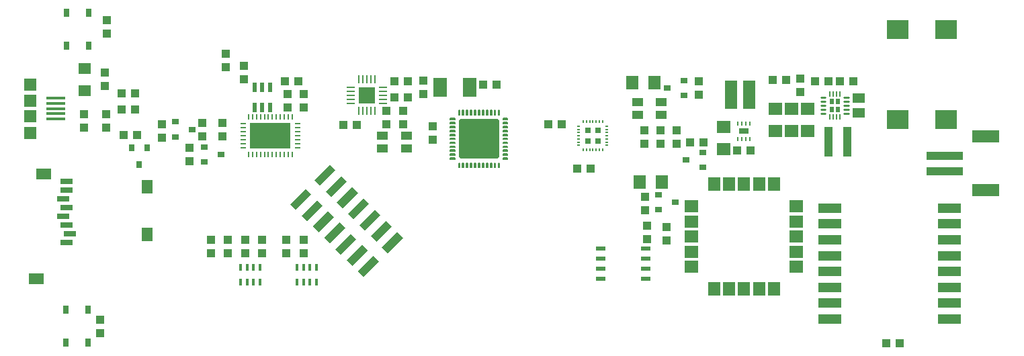
<source format=gtp>
G75*
%MOIN*%
%OFA0B0*%
%FSLAX25Y25*%
%IPPOS*%
%LPD*%
%AMOC8*
5,1,8,0,0,1.08239X$1,22.5*
%
%ADD10R,0.04331X0.03937*%
%ADD11R,0.07087X0.06299*%
%ADD12R,0.06299X0.07087*%
%ADD13R,0.18110X0.03937*%
%ADD14R,0.13386X0.06299*%
%ADD15R,0.03543X0.03150*%
%ADD16R,0.03150X0.03543*%
%ADD17R,0.03937X0.04331*%
%ADD18R,0.04724X0.02362*%
%ADD19R,0.07480X0.05512*%
%ADD20R,0.05512X0.07087*%
%ADD21R,0.05906X0.02756*%
%ADD22R,0.00984X0.01969*%
%ADD23R,0.05118X0.02756*%
%ADD24R,0.00984X0.02756*%
%ADD25R,0.02756X0.00984*%
%ADD26R,0.20472X0.12598*%
%ADD27R,0.11811X0.04724*%
%ADD28R,0.02608X0.02608*%
%ADD29R,0.00787X0.01772*%
%ADD30R,0.01772X0.00787*%
%ADD31R,0.11024X0.09449*%
%ADD32R,0.03858X0.14567*%
%ADD33R,0.05906X0.05118*%
%ADD34R,0.05906X0.07087*%
%ADD35R,0.07087X0.05906*%
%ADD36C,0.00591*%
%ADD37C,0.01969*%
%ADD38R,0.02559X0.04134*%
%ADD39R,0.02165X0.04724*%
%ADD40R,0.01600X0.03200*%
%ADD41R,0.06299X0.05512*%
%ADD42R,0.00984X0.03937*%
%ADD43R,0.03937X0.00984*%
%ADD44R,0.07874X0.07874*%
%ADD45R,0.09252X0.01772*%
%ADD46R,0.06102X0.05906*%
%ADD47R,0.06693X0.09449*%
%ADD48R,0.05512X0.04331*%
%ADD49R,0.03937X0.10827*%
%ADD50R,0.05906X0.14173*%
%ADD51R,0.02362X0.03150*%
%ADD52C,0.01102*%
%ADD53R,0.00906X0.03150*%
D10*
X0057119Y0022654D03*
X0057119Y0029346D03*
X0112119Y0062154D03*
X0120619Y0062154D03*
X0129119Y0062154D03*
X0137619Y0062154D03*
X0149619Y0062154D03*
X0158119Y0062154D03*
X0158119Y0068846D03*
X0149619Y0068846D03*
X0137619Y0068846D03*
X0129119Y0068846D03*
X0120619Y0068846D03*
X0112119Y0068846D03*
X0101619Y0107779D03*
X0101619Y0114471D03*
X0087869Y0119654D03*
X0107869Y0120279D03*
X0117869Y0120279D03*
X0117869Y0126971D03*
X0107869Y0126971D03*
X0087869Y0126346D03*
X0150119Y0134404D03*
X0158119Y0134404D03*
X0158119Y0141096D03*
X0150119Y0141096D03*
X0148772Y0147500D03*
X0155465Y0147500D03*
X0199119Y0132846D03*
X0207619Y0132846D03*
X0207619Y0126154D03*
X0199119Y0126154D03*
X0184465Y0126000D03*
X0177772Y0126000D03*
X0247272Y0146000D03*
X0253965Y0146000D03*
X0327119Y0123346D03*
X0335119Y0123346D03*
X0343119Y0123346D03*
X0343119Y0116654D03*
X0335119Y0116654D03*
X0327119Y0116654D03*
X0373272Y0113250D03*
X0379965Y0113250D03*
X0327619Y0090346D03*
X0327619Y0083654D03*
X0328619Y0075846D03*
X0338119Y0075346D03*
X0328619Y0069154D03*
X0338119Y0068654D03*
X0447022Y0017375D03*
X0453715Y0017375D03*
X0354119Y0140904D03*
X0354119Y0147596D03*
X0404619Y0148846D03*
X0411772Y0147500D03*
X0418465Y0147500D03*
X0424272Y0147500D03*
X0430965Y0147500D03*
X0404619Y0142154D03*
X0060619Y0171154D03*
X0060619Y0177846D03*
D11*
X0366619Y0124762D03*
X0392119Y0122988D03*
X0400119Y0122988D03*
X0408119Y0122988D03*
X0408119Y0134012D03*
X0400119Y0134012D03*
X0392119Y0134012D03*
X0366619Y0113738D03*
D12*
X0335881Y0097500D03*
X0324857Y0097500D03*
X0321107Y0146750D03*
X0332131Y0146750D03*
D13*
X0476114Y0110687D03*
X0476114Y0102813D03*
D14*
X0496587Y0093364D03*
X0496587Y0120136D03*
D15*
X0356056Y0112240D03*
X0347788Y0108500D03*
X0356056Y0104760D03*
X0334182Y0091240D03*
X0342449Y0087500D03*
X0334182Y0083760D03*
X0346806Y0140510D03*
X0338538Y0144250D03*
X0346806Y0147990D03*
X0117199Y0111125D03*
X0108932Y0107385D03*
X0108932Y0114865D03*
X0094557Y0119885D03*
X0102824Y0123625D03*
X0094557Y0127365D03*
D16*
X0080359Y0114437D03*
X0072879Y0114437D03*
X0076619Y0106169D03*
D17*
X0075465Y0121000D03*
X0068772Y0121000D03*
X0060119Y0124654D03*
X0049119Y0124654D03*
X0049119Y0131346D03*
X0060119Y0131346D03*
X0067772Y0133500D03*
X0074465Y0133500D03*
X0074465Y0141500D03*
X0067772Y0141500D03*
X0059619Y0145154D03*
X0059619Y0151846D03*
X0119369Y0154529D03*
X0128619Y0155346D03*
X0119369Y0161221D03*
X0128619Y0148654D03*
X0203272Y0147500D03*
X0209965Y0147500D03*
X0217619Y0147846D03*
X0217619Y0141154D03*
X0209965Y0139500D03*
X0203272Y0139500D03*
X0222119Y0125346D03*
X0222119Y0118654D03*
X0279522Y0126125D03*
X0286215Y0126125D03*
X0293897Y0104250D03*
X0300590Y0104250D03*
X0349772Y0117250D03*
X0356465Y0117250D03*
X0390772Y0148250D03*
X0397465Y0148250D03*
D18*
X0327642Y0064500D03*
X0327642Y0059500D03*
X0327642Y0054500D03*
X0327642Y0049500D03*
X0305595Y0049500D03*
X0305595Y0054500D03*
X0305595Y0059500D03*
X0305595Y0064500D03*
D19*
X0029062Y0101425D03*
X0025518Y0049457D03*
D20*
X0080636Y0071504D03*
X0080636Y0095126D03*
D21*
X0040479Y0093551D03*
X0040479Y0097882D03*
X0038904Y0089220D03*
X0040479Y0084890D03*
X0038904Y0080559D03*
X0040479Y0076228D03*
X0042054Y0071898D03*
X0040479Y0067567D03*
D22*
X0373416Y0119010D03*
X0375384Y0119010D03*
X0377353Y0119010D03*
X0379321Y0119010D03*
X0379321Y0126490D03*
X0377353Y0126490D03*
X0375384Y0126490D03*
X0373416Y0126490D03*
D23*
X0376369Y0122750D03*
D24*
X0152446Y0129949D03*
X0150477Y0129949D03*
X0148509Y0129949D03*
X0146540Y0129949D03*
X0144571Y0129949D03*
X0142603Y0129949D03*
X0140634Y0129949D03*
X0138666Y0129949D03*
X0136697Y0129949D03*
X0134729Y0129949D03*
X0132760Y0129949D03*
X0130792Y0129949D03*
X0130792Y0111051D03*
X0132760Y0111051D03*
X0134729Y0111051D03*
X0136697Y0111051D03*
X0138666Y0111051D03*
X0140634Y0111051D03*
X0142603Y0111051D03*
X0144571Y0111051D03*
X0146540Y0111051D03*
X0148509Y0111051D03*
X0150477Y0111051D03*
X0152446Y0111051D03*
D25*
X0155005Y0114594D03*
X0155005Y0116563D03*
X0155005Y0118531D03*
X0155005Y0120500D03*
X0155005Y0122469D03*
X0155005Y0124437D03*
X0155005Y0126406D03*
X0128233Y0126406D03*
X0128233Y0124437D03*
X0128233Y0122469D03*
X0128233Y0120500D03*
X0128233Y0118531D03*
X0128233Y0116563D03*
X0128233Y0114594D03*
D26*
X0141619Y0120500D03*
D27*
X0419279Y0084622D03*
X0419279Y0076748D03*
X0419279Y0068874D03*
X0419279Y0061000D03*
X0419279Y0053125D03*
X0419279Y0045251D03*
X0419279Y0037377D03*
X0419279Y0029503D03*
X0478334Y0029503D03*
X0478334Y0037377D03*
X0478334Y0045251D03*
X0478334Y0053125D03*
X0478334Y0061000D03*
X0478334Y0068874D03*
X0478334Y0076748D03*
X0478334Y0084622D03*
D28*
X0304227Y0117892D03*
X0299010Y0117892D03*
X0299010Y0123108D03*
X0304227Y0123108D03*
D29*
X0304768Y0127488D03*
X0303194Y0127488D03*
X0301619Y0127488D03*
X0300044Y0127488D03*
X0298469Y0127488D03*
X0296894Y0127488D03*
X0306343Y0127488D03*
X0306343Y0113512D03*
X0304768Y0113512D03*
X0303194Y0113512D03*
X0301619Y0113512D03*
X0300044Y0113512D03*
X0298469Y0113512D03*
X0296894Y0113512D03*
D30*
X0294631Y0115776D03*
X0294631Y0117350D03*
X0294631Y0118925D03*
X0294631Y0120500D03*
X0294631Y0122075D03*
X0294631Y0123650D03*
X0294631Y0125224D03*
X0308607Y0125224D03*
X0308607Y0123650D03*
X0308607Y0122075D03*
X0308607Y0120500D03*
X0308607Y0118925D03*
X0308607Y0117350D03*
X0308607Y0115776D03*
D31*
X0452915Y0128372D03*
X0476931Y0128372D03*
X0476931Y0173253D03*
X0452915Y0173253D03*
D32*
X0427784Y0117500D03*
X0418453Y0117500D03*
D33*
X0433619Y0131760D03*
X0433619Y0139240D03*
D34*
X0391579Y0096484D03*
X0384099Y0096484D03*
X0376619Y0096484D03*
X0369138Y0096484D03*
X0361658Y0096484D03*
X0361658Y0044516D03*
X0369138Y0044516D03*
X0376619Y0044516D03*
X0384099Y0044516D03*
X0391579Y0044516D03*
D35*
X0402603Y0055539D03*
X0402603Y0063020D03*
X0402603Y0070500D03*
X0402603Y0077980D03*
X0402603Y0085461D03*
X0350634Y0085461D03*
X0350634Y0077980D03*
X0350634Y0070500D03*
X0350634Y0063020D03*
X0350634Y0055539D03*
D36*
X0254666Y0104826D02*
X0254666Y0106992D01*
X0255256Y0106992D01*
X0255256Y0104826D01*
X0254666Y0104826D01*
X0254666Y0105416D02*
X0255256Y0105416D01*
X0255256Y0106006D02*
X0254666Y0106006D01*
X0254666Y0106596D02*
X0255256Y0106596D01*
X0252698Y0106992D02*
X0252698Y0104826D01*
X0252698Y0106992D02*
X0253288Y0106992D01*
X0253288Y0104826D01*
X0252698Y0104826D01*
X0252698Y0105416D02*
X0253288Y0105416D01*
X0253288Y0106006D02*
X0252698Y0106006D01*
X0252698Y0106596D02*
X0253288Y0106596D01*
X0250729Y0106992D02*
X0250729Y0104826D01*
X0250729Y0106992D02*
X0251319Y0106992D01*
X0251319Y0104826D01*
X0250729Y0104826D01*
X0250729Y0105416D02*
X0251319Y0105416D01*
X0251319Y0106006D02*
X0250729Y0106006D01*
X0250729Y0106596D02*
X0251319Y0106596D01*
X0248761Y0106992D02*
X0248761Y0104826D01*
X0248761Y0106992D02*
X0249351Y0106992D01*
X0249351Y0104826D01*
X0248761Y0104826D01*
X0248761Y0105416D02*
X0249351Y0105416D01*
X0249351Y0106006D02*
X0248761Y0106006D01*
X0248761Y0106596D02*
X0249351Y0106596D01*
X0246792Y0106992D02*
X0246792Y0104826D01*
X0246792Y0106992D02*
X0247382Y0106992D01*
X0247382Y0104826D01*
X0246792Y0104826D01*
X0246792Y0105416D02*
X0247382Y0105416D01*
X0247382Y0106006D02*
X0246792Y0106006D01*
X0246792Y0106596D02*
X0247382Y0106596D01*
X0244824Y0106992D02*
X0244824Y0104826D01*
X0244824Y0106992D02*
X0245414Y0106992D01*
X0245414Y0104826D01*
X0244824Y0104826D01*
X0244824Y0105416D02*
X0245414Y0105416D01*
X0245414Y0106006D02*
X0244824Y0106006D01*
X0244824Y0106596D02*
X0245414Y0106596D01*
X0242855Y0106992D02*
X0242855Y0104826D01*
X0242855Y0106992D02*
X0243445Y0106992D01*
X0243445Y0104826D01*
X0242855Y0104826D01*
X0242855Y0105416D02*
X0243445Y0105416D01*
X0243445Y0106006D02*
X0242855Y0106006D01*
X0242855Y0106596D02*
X0243445Y0106596D01*
X0240887Y0106992D02*
X0240887Y0104826D01*
X0240887Y0106992D02*
X0241477Y0106992D01*
X0241477Y0104826D01*
X0240887Y0104826D01*
X0240887Y0105416D02*
X0241477Y0105416D01*
X0241477Y0106006D02*
X0240887Y0106006D01*
X0240887Y0106596D02*
X0241477Y0106596D01*
X0238918Y0106992D02*
X0238918Y0104826D01*
X0238918Y0106992D02*
X0239508Y0106992D01*
X0239508Y0104826D01*
X0238918Y0104826D01*
X0238918Y0105416D02*
X0239508Y0105416D01*
X0239508Y0106006D02*
X0238918Y0106006D01*
X0238918Y0106596D02*
X0239508Y0106596D01*
X0236950Y0106992D02*
X0236950Y0104826D01*
X0236950Y0106992D02*
X0237540Y0106992D01*
X0237540Y0104826D01*
X0236950Y0104826D01*
X0236950Y0105416D02*
X0237540Y0105416D01*
X0237540Y0106006D02*
X0236950Y0106006D01*
X0236950Y0106596D02*
X0237540Y0106596D01*
X0234981Y0106992D02*
X0234981Y0104826D01*
X0234981Y0106992D02*
X0235571Y0106992D01*
X0235571Y0104826D01*
X0234981Y0104826D01*
X0234981Y0105416D02*
X0235571Y0105416D01*
X0235571Y0106006D02*
X0234981Y0106006D01*
X0234981Y0106596D02*
X0235571Y0106596D01*
X0230945Y0108862D02*
X0230945Y0109452D01*
X0233111Y0109452D01*
X0233111Y0108862D01*
X0230945Y0108862D01*
X0230945Y0109452D02*
X0233111Y0109452D01*
X0230945Y0110831D02*
X0230945Y0111421D01*
X0233111Y0111421D01*
X0233111Y0110831D01*
X0230945Y0110831D01*
X0230945Y0111421D02*
X0233111Y0111421D01*
X0230945Y0112799D02*
X0230945Y0113389D01*
X0233111Y0113389D01*
X0233111Y0112799D01*
X0230945Y0112799D01*
X0230945Y0113389D02*
X0233111Y0113389D01*
X0230945Y0114768D02*
X0230945Y0115358D01*
X0233111Y0115358D01*
X0233111Y0114768D01*
X0230945Y0114768D01*
X0230945Y0115358D02*
X0233111Y0115358D01*
X0230945Y0116736D02*
X0230945Y0117326D01*
X0233111Y0117326D01*
X0233111Y0116736D01*
X0230945Y0116736D01*
X0230945Y0117326D02*
X0233111Y0117326D01*
X0230945Y0118705D02*
X0230945Y0119295D01*
X0233111Y0119295D01*
X0233111Y0118705D01*
X0230945Y0118705D01*
X0230945Y0119295D02*
X0233111Y0119295D01*
X0230945Y0120674D02*
X0230945Y0121264D01*
X0233111Y0121264D01*
X0233111Y0120674D01*
X0230945Y0120674D01*
X0230945Y0121264D02*
X0233111Y0121264D01*
X0230945Y0122642D02*
X0230945Y0123232D01*
X0233111Y0123232D01*
X0233111Y0122642D01*
X0230945Y0122642D01*
X0230945Y0123232D02*
X0233111Y0123232D01*
X0230945Y0124611D02*
X0230945Y0125201D01*
X0233111Y0125201D01*
X0233111Y0124611D01*
X0230945Y0124611D01*
X0230945Y0125201D02*
X0233111Y0125201D01*
X0230945Y0126579D02*
X0230945Y0127169D01*
X0233111Y0127169D01*
X0233111Y0126579D01*
X0230945Y0126579D01*
X0230945Y0127169D02*
X0233111Y0127169D01*
X0230945Y0128548D02*
X0230945Y0129138D01*
X0233111Y0129138D01*
X0233111Y0128548D01*
X0230945Y0128548D01*
X0230945Y0129138D02*
X0233111Y0129138D01*
X0234981Y0131008D02*
X0234981Y0133174D01*
X0235571Y0133174D01*
X0235571Y0131008D01*
X0234981Y0131008D01*
X0234981Y0131598D02*
X0235571Y0131598D01*
X0235571Y0132188D02*
X0234981Y0132188D01*
X0234981Y0132778D02*
X0235571Y0132778D01*
X0236950Y0133174D02*
X0236950Y0131008D01*
X0236950Y0133174D02*
X0237540Y0133174D01*
X0237540Y0131008D01*
X0236950Y0131008D01*
X0236950Y0131598D02*
X0237540Y0131598D01*
X0237540Y0132188D02*
X0236950Y0132188D01*
X0236950Y0132778D02*
X0237540Y0132778D01*
X0238918Y0133174D02*
X0238918Y0131008D01*
X0238918Y0133174D02*
X0239508Y0133174D01*
X0239508Y0131008D01*
X0238918Y0131008D01*
X0238918Y0131598D02*
X0239508Y0131598D01*
X0239508Y0132188D02*
X0238918Y0132188D01*
X0238918Y0132778D02*
X0239508Y0132778D01*
X0240887Y0133174D02*
X0240887Y0131008D01*
X0240887Y0133174D02*
X0241477Y0133174D01*
X0241477Y0131008D01*
X0240887Y0131008D01*
X0240887Y0131598D02*
X0241477Y0131598D01*
X0241477Y0132188D02*
X0240887Y0132188D01*
X0240887Y0132778D02*
X0241477Y0132778D01*
X0242855Y0133174D02*
X0242855Y0131008D01*
X0242855Y0133174D02*
X0243445Y0133174D01*
X0243445Y0131008D01*
X0242855Y0131008D01*
X0242855Y0131598D02*
X0243445Y0131598D01*
X0243445Y0132188D02*
X0242855Y0132188D01*
X0242855Y0132778D02*
X0243445Y0132778D01*
X0244824Y0133174D02*
X0244824Y0131008D01*
X0244824Y0133174D02*
X0245414Y0133174D01*
X0245414Y0131008D01*
X0244824Y0131008D01*
X0244824Y0131598D02*
X0245414Y0131598D01*
X0245414Y0132188D02*
X0244824Y0132188D01*
X0244824Y0132778D02*
X0245414Y0132778D01*
X0246792Y0133174D02*
X0246792Y0131008D01*
X0246792Y0133174D02*
X0247382Y0133174D01*
X0247382Y0131008D01*
X0246792Y0131008D01*
X0246792Y0131598D02*
X0247382Y0131598D01*
X0247382Y0132188D02*
X0246792Y0132188D01*
X0246792Y0132778D02*
X0247382Y0132778D01*
X0248761Y0133174D02*
X0248761Y0131008D01*
X0248761Y0133174D02*
X0249351Y0133174D01*
X0249351Y0131008D01*
X0248761Y0131008D01*
X0248761Y0131598D02*
X0249351Y0131598D01*
X0249351Y0132188D02*
X0248761Y0132188D01*
X0248761Y0132778D02*
X0249351Y0132778D01*
X0250729Y0133174D02*
X0250729Y0131008D01*
X0250729Y0133174D02*
X0251319Y0133174D01*
X0251319Y0131008D01*
X0250729Y0131008D01*
X0250729Y0131598D02*
X0251319Y0131598D01*
X0251319Y0132188D02*
X0250729Y0132188D01*
X0250729Y0132778D02*
X0251319Y0132778D01*
X0252698Y0133174D02*
X0252698Y0131008D01*
X0252698Y0133174D02*
X0253288Y0133174D01*
X0253288Y0131008D01*
X0252698Y0131008D01*
X0252698Y0131598D02*
X0253288Y0131598D01*
X0253288Y0132188D02*
X0252698Y0132188D01*
X0252698Y0132778D02*
X0253288Y0132778D01*
X0254666Y0133174D02*
X0254666Y0131008D01*
X0254666Y0133174D02*
X0255256Y0133174D01*
X0255256Y0131008D01*
X0254666Y0131008D01*
X0254666Y0131598D02*
X0255256Y0131598D01*
X0255256Y0132188D02*
X0254666Y0132188D01*
X0254666Y0132778D02*
X0255256Y0132778D01*
X0257126Y0129138D02*
X0257126Y0128548D01*
X0257126Y0129138D02*
X0259292Y0129138D01*
X0259292Y0128548D01*
X0257126Y0128548D01*
X0257126Y0129138D02*
X0259292Y0129138D01*
X0257126Y0127169D02*
X0257126Y0126579D01*
X0257126Y0127169D02*
X0259292Y0127169D01*
X0259292Y0126579D01*
X0257126Y0126579D01*
X0257126Y0127169D02*
X0259292Y0127169D01*
X0257126Y0125201D02*
X0257126Y0124611D01*
X0257126Y0125201D02*
X0259292Y0125201D01*
X0259292Y0124611D01*
X0257126Y0124611D01*
X0257126Y0125201D02*
X0259292Y0125201D01*
X0257126Y0123232D02*
X0257126Y0122642D01*
X0257126Y0123232D02*
X0259292Y0123232D01*
X0259292Y0122642D01*
X0257126Y0122642D01*
X0257126Y0123232D02*
X0259292Y0123232D01*
X0257126Y0121264D02*
X0257126Y0120674D01*
X0257126Y0121264D02*
X0259292Y0121264D01*
X0259292Y0120674D01*
X0257126Y0120674D01*
X0257126Y0121264D02*
X0259292Y0121264D01*
X0257126Y0119295D02*
X0257126Y0118705D01*
X0257126Y0119295D02*
X0259292Y0119295D01*
X0259292Y0118705D01*
X0257126Y0118705D01*
X0257126Y0119295D02*
X0259292Y0119295D01*
X0257126Y0117326D02*
X0257126Y0116736D01*
X0257126Y0117326D02*
X0259292Y0117326D01*
X0259292Y0116736D01*
X0257126Y0116736D01*
X0257126Y0117326D02*
X0259292Y0117326D01*
X0257126Y0115358D02*
X0257126Y0114768D01*
X0257126Y0115358D02*
X0259292Y0115358D01*
X0259292Y0114768D01*
X0257126Y0114768D01*
X0257126Y0115358D02*
X0259292Y0115358D01*
X0257126Y0113389D02*
X0257126Y0112799D01*
X0257126Y0113389D02*
X0259292Y0113389D01*
X0259292Y0112799D01*
X0257126Y0112799D01*
X0257126Y0113389D02*
X0259292Y0113389D01*
X0257126Y0111421D02*
X0257126Y0110831D01*
X0257126Y0111421D02*
X0259292Y0111421D01*
X0259292Y0110831D01*
X0257126Y0110831D01*
X0257126Y0111421D02*
X0259292Y0111421D01*
X0257126Y0109452D02*
X0257126Y0108862D01*
X0257126Y0109452D02*
X0259292Y0109452D01*
X0259292Y0108862D01*
X0257126Y0108862D01*
X0257126Y0109452D02*
X0259292Y0109452D01*
D37*
X0236261Y0110142D02*
X0236261Y0127858D01*
X0253977Y0127858D01*
X0253977Y0110142D01*
X0236261Y0110142D01*
X0236261Y0112110D02*
X0253977Y0112110D01*
X0253977Y0114078D02*
X0236261Y0114078D01*
X0236261Y0116046D02*
X0253977Y0116046D01*
X0253977Y0118014D02*
X0236261Y0118014D01*
X0236261Y0119982D02*
X0253977Y0119982D01*
X0253977Y0121950D02*
X0236261Y0121950D01*
X0236261Y0123918D02*
X0253977Y0123918D01*
X0253977Y0125886D02*
X0236261Y0125886D01*
X0236261Y0127854D02*
X0253977Y0127854D01*
D38*
X0040107Y0017831D03*
X0051131Y0017831D03*
X0051131Y0034169D03*
X0040107Y0034169D03*
X0040607Y0165331D03*
X0051631Y0165331D03*
X0051631Y0181669D03*
X0040607Y0181669D03*
D39*
X0133879Y0144618D03*
X0137619Y0144618D03*
X0141359Y0144618D03*
X0141359Y0134382D03*
X0137619Y0134382D03*
X0133879Y0134382D03*
D40*
X0133194Y0055043D03*
X0136343Y0055043D03*
X0130044Y0055043D03*
X0126894Y0055043D03*
X0126894Y0047957D03*
X0130044Y0047957D03*
X0133194Y0047957D03*
X0136343Y0047957D03*
X0154894Y0047957D03*
X0158044Y0047957D03*
X0161194Y0047957D03*
X0164343Y0047957D03*
X0164343Y0055043D03*
X0161194Y0055043D03*
X0158044Y0055043D03*
X0154894Y0055043D03*
D41*
X0049619Y0142988D03*
X0049619Y0154012D03*
D42*
X0185556Y0148500D03*
X0187524Y0148500D03*
X0189493Y0148500D03*
X0191461Y0148500D03*
X0193430Y0148500D03*
X0193430Y0132752D03*
X0191461Y0132752D03*
X0189493Y0132752D03*
X0187524Y0132752D03*
X0185556Y0132752D03*
D43*
X0181619Y0136689D03*
X0181619Y0138657D03*
X0181619Y0140626D03*
X0181619Y0142594D03*
X0181619Y0144563D03*
X0197367Y0144563D03*
X0197367Y0142594D03*
X0197367Y0140626D03*
X0197367Y0138657D03*
X0197367Y0136689D03*
D44*
X0189493Y0140626D03*
D45*
X0035119Y0139118D03*
X0035119Y0136559D03*
X0035119Y0134000D03*
X0035119Y0131441D03*
X0035119Y0128882D03*
D46*
X0022619Y0130063D03*
X0022619Y0137937D03*
X0022619Y0146008D03*
X0022619Y0121992D03*
D47*
X0225835Y0144500D03*
X0240402Y0144500D03*
D48*
X0209024Y0120650D03*
X0197213Y0120650D03*
X0197213Y0114350D03*
X0209024Y0114350D03*
X0323713Y0130850D03*
X0323713Y0137150D03*
X0335524Y0137150D03*
X0335524Y0130850D03*
D49*
G36*
X0193400Y0083929D02*
X0196184Y0081145D01*
X0188530Y0073491D01*
X0185746Y0076275D01*
X0193400Y0083929D01*
G37*
G36*
X0187832Y0089497D02*
X0190616Y0086713D01*
X0182962Y0079059D01*
X0180178Y0081843D01*
X0187832Y0089497D01*
G37*
G36*
X0177394Y0084627D02*
X0174610Y0087411D01*
X0182264Y0095065D01*
X0185048Y0092281D01*
X0177394Y0084627D01*
G37*
G36*
X0164726Y0088662D02*
X0167510Y0085878D01*
X0159856Y0078224D01*
X0157072Y0081008D01*
X0164726Y0088662D01*
G37*
G36*
X0159158Y0094230D02*
X0161942Y0091446D01*
X0154288Y0083792D01*
X0151504Y0086576D01*
X0159158Y0094230D01*
G37*
G36*
X0171129Y0106201D02*
X0173913Y0103417D01*
X0166259Y0095763D01*
X0163475Y0098547D01*
X0171129Y0106201D01*
G37*
G36*
X0176696Y0100633D02*
X0179480Y0097849D01*
X0171826Y0090195D01*
X0169042Y0092979D01*
X0176696Y0100633D01*
G37*
G36*
X0165424Y0072656D02*
X0162640Y0075440D01*
X0170294Y0083094D01*
X0173078Y0080310D01*
X0165424Y0072656D01*
G37*
G36*
X0175861Y0077527D02*
X0178645Y0074743D01*
X0170991Y0067089D01*
X0168207Y0069873D01*
X0175861Y0077527D01*
G37*
G36*
X0198968Y0078362D02*
X0201752Y0075578D01*
X0194098Y0067924D01*
X0191314Y0070708D01*
X0198968Y0078362D01*
G37*
G36*
X0204535Y0072794D02*
X0207319Y0070010D01*
X0199665Y0062356D01*
X0196881Y0065140D01*
X0204535Y0072794D01*
G37*
G36*
X0181429Y0071959D02*
X0184213Y0069175D01*
X0176559Y0061521D01*
X0173775Y0064305D01*
X0181429Y0071959D01*
G37*
G36*
X0186997Y0066391D02*
X0189781Y0063607D01*
X0182127Y0055953D01*
X0179343Y0058737D01*
X0186997Y0066391D01*
G37*
G36*
X0192565Y0060823D02*
X0195349Y0058039D01*
X0187695Y0050385D01*
X0184911Y0053169D01*
X0192565Y0060823D01*
G37*
D50*
X0370091Y0141000D03*
X0379146Y0141000D03*
D51*
X0420044Y0137469D03*
X0423194Y0137469D03*
X0423194Y0133531D03*
X0420044Y0133531D03*
D52*
X0416934Y0133531D02*
X0414690Y0133531D01*
X0414690Y0131563D02*
X0416934Y0131563D01*
X0416934Y0135500D02*
X0414690Y0135500D01*
X0414690Y0137469D02*
X0416934Y0137469D01*
X0416934Y0139437D02*
X0414690Y0139437D01*
X0426304Y0139437D02*
X0428548Y0139437D01*
X0428548Y0137469D02*
X0426304Y0137469D01*
X0426304Y0135500D02*
X0428548Y0135500D01*
X0428548Y0133531D02*
X0426304Y0133531D01*
X0426304Y0131563D02*
X0428548Y0131563D01*
D53*
X0423981Y0129752D03*
X0422406Y0129752D03*
X0420831Y0129752D03*
X0419257Y0129752D03*
X0419257Y0141248D03*
X0420831Y0141248D03*
X0422406Y0141248D03*
X0423981Y0141248D03*
M02*

</source>
